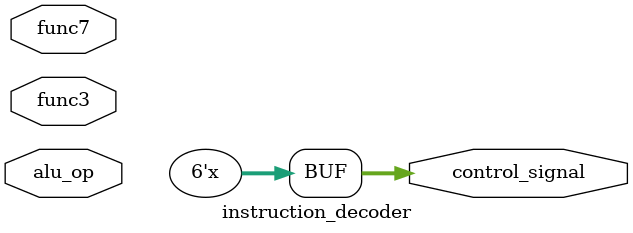
<source format=v>

module instruction_decoder(
    input       [3:0]       alu_op,
    input       [6:0]       func7,
    input       [2:0]       func3,
    output reg  [5:0]       control_signal
); 

reg [5:0] control_out;

//aluop parameters
parameter [3:0] Rop = 4'b0000; //add, sub, sll, slt, sltu, xor, srl, sra, or, and
parameter [3:0] Iop = 4'b0001; //addi, slti, sltiu, xori, ori, andi, slli, srli, srai
parameter [3:0] Lop = 4'b0010; //lb, lh, lw, lbu, lhu
parameter [3:0] Sop = 4'b0011; //sb, sh, sw
parameter [3:0] Bop = 4'b0100; //beq, bne, blt, bge, bltu, bgeu
parameter [3:0] LUIop = 4'b0101; //load upper immediate
parameter [3:0] AUIPCop = 4'b0110; //add upper immediate to pc
parameter [3:0] JALop = 4'b0111; //jal
parameter [3:0] JALRop = 4'b1000; //jalr

always @(*)begin
    //directing output
    control_signal <= control_out;

    case(alu_op)
    Rop : begin
        case(func7)
            7'b0000000: begin
                case(func3)
                    //add
                    3'b000: control_out <= 6'b000000;
                    //sll
                    3'b001: control_out <= 6'b000010;
                    //slt
                    3'b010: control_out <= 6'b000011;
                    //sltu
                    3'b011: control_out <= 6'b000100;
                    //xor
                    3'b100: control_out <= 6'b000101;
                    //srl
                    3'b101: control_out <= 6'b000110;
                    //or
                    3'b110: control_out <= 6'b001000;
                    //and
                    3'b111: control_out <= 6'b001001;
                    //default
                    default: control_out <= 6'bxxxxxx;
                endcase
            end
            7'b0100000: begin
                case (func3)
                    //sub
                    3'b000: control_out <= 6'b000001;
                    //sra
                    3'b101: control_out <= 6'b000111;
                    //default
                    default: control_out <= 6'bxxxxxx;
                endcase
            end
            //default
            default: control_out <= 6'bxxxxxx;
        endcase
    end
    Iop : begin
        case(func3)
            //addi
            3'b000: control_out <= 6'b001010;
            //slti
            3'b010: control_out <= 6'b001011;
            //sltiu
            3'b011: control_out <= 6'b001100;
            //xori
            3'b100: control_out <= 6'b001101;
            //ori
            3'b110: control_out <= 6'b001110;
            //andi
            3'b111: control_out <= 6'b001111;
            //slli
            3'b001: control_out <= 6'b010000;
            //srli, srai
            3'b101: begin
                if (func7 == 7'b0000000) control_out <= 6'b010001;
                else if (func7 == 7'b0100000) control_out <= 6'b010001;
            end
            default: control_out <=6'bxxxxxx;
        endcase   
    end
    Lop : begin
        case(func3)
            //lb
            3'b000: control_out <= 6'b010011;
            //lh
            3'b001: control_out <= 6'b010100;
            //lw
            3'b010: control_out <= 6'b010101;
            //lbu
            3'b100: control_out <= 6'b010110;
            //lhu
            3'b101: control_out <= 6'b010111;
            //default
            default: control_out <= 6'bxxxxxx;
        endcase
    end
    Sop : begin
        case(func3)
            //sb
            3'b000: control_out <= 6'b011000;
            //sh
            3'b001: control_out <= 6'b011001;
            //sw
            3'b010: control_out <= 6'b011010;
            //default
            default: control_out <= 6'bxxxxxx;
        endcase
    end
    Bop : begin
        case(func3)
            //beq
            3'b000: control_out <= 6'b011011;
            //bne
            3'b001: control_out <= 6'b011100;
            //blt
            3'b100: control_out <= 6'b011101;
            //bge
            3'b101: control_out <= 6'b011110;
            //bltu
            3'b110: control_out <= 6'b011111;
            //bgeu
            3'b111: control_out <= 6'b100000;
            //default
            default: control_out <= 6'bxxxxxx;
        endcase
    end
    LUIop : control_out <= 6'b100001;
    AUIPCop : control_out <= 6'b100010;
    JALop : control_out <= 6'b100011;
    JALRop : control_out <= 6'b100100;
    default: control_out <= 6'bxxxxxx;
    endcase
end
endmodule






</source>
